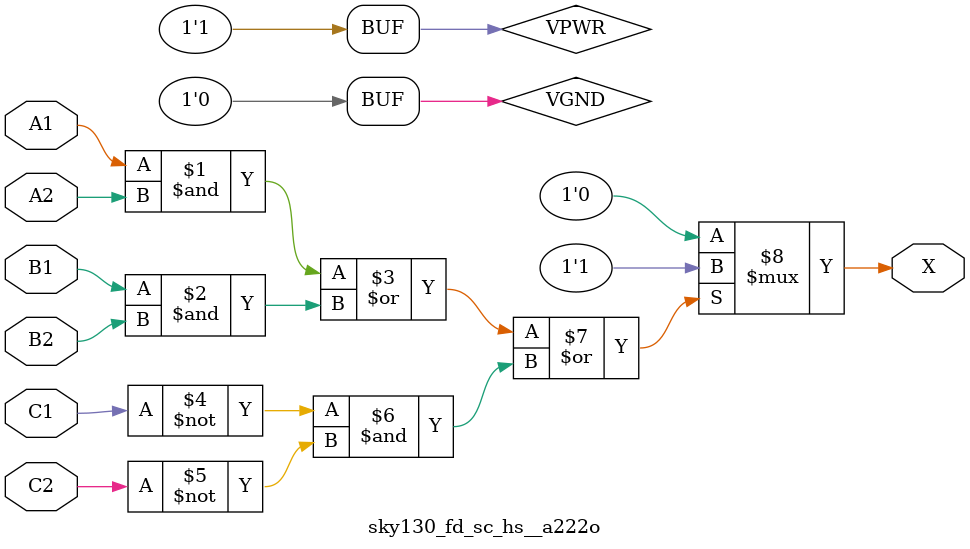
<source format=v>
module sky130_fd_sc_hs__a222o (
    X ,
    A1,
    A2,
    B1,
    B2,
    C1,
    C2
);

    output X ;
    input  A1;
    input  A2;
    input  B1;
    input  B2;
    input  C1;
    input  C2;

    // Voltage supply signals
    supply1 VPWR;
    supply0 VGND;

    assign X = ((A1 & A2) | (B1 & B2) | (~C1 & ~C2)) ? 1'b1 : 1'b0;

endmodule
</source>
